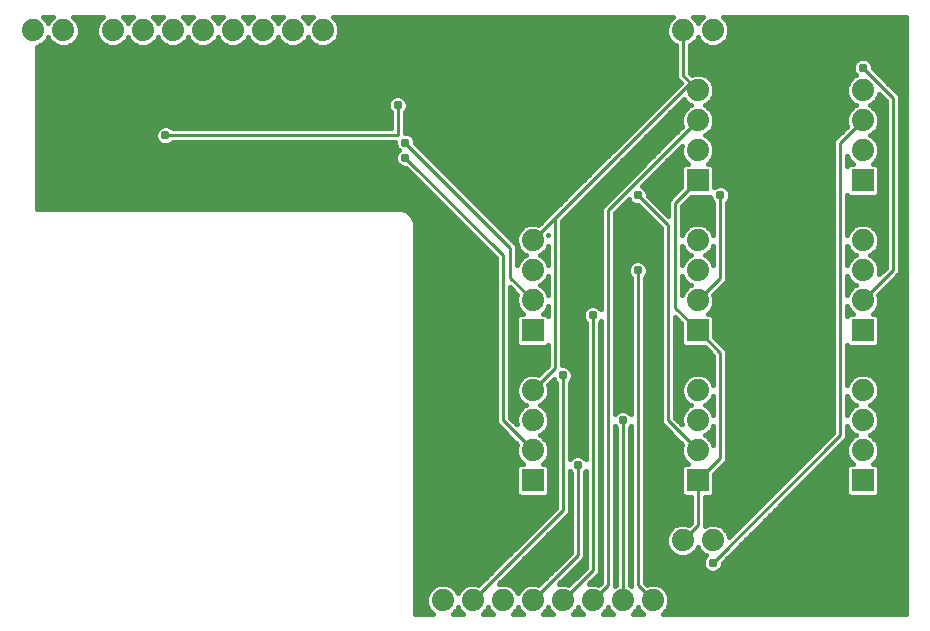
<source format=gbl>
G75*
%MOIN*%
%OFA0B0*%
%FSLAX25Y25*%
%IPPOS*%
%LPD*%
%AMOC8*
5,1,8,0,0,1.08239X$1,22.5*
%
%ADD10R,0.07400X0.07400*%
%ADD11C,0.07400*%
%ADD12C,0.01000*%
%ADD13C,0.03100*%
%ADD14C,0.01600*%
D10*
X0172900Y0051800D03*
X0227900Y0051800D03*
X0282900Y0051800D03*
X0282900Y0101800D03*
X0227900Y0101800D03*
X0172900Y0101800D03*
X0227900Y0151800D03*
X0282900Y0151800D03*
D11*
X0282900Y0161800D03*
X0282900Y0171800D03*
X0282900Y0181800D03*
X0232900Y0201800D03*
X0222900Y0201800D03*
X0227900Y0181800D03*
X0227900Y0171800D03*
X0227900Y0161800D03*
X0227900Y0131800D03*
X0227900Y0121800D03*
X0227900Y0111800D03*
X0227900Y0081800D03*
X0227900Y0071800D03*
X0227900Y0061800D03*
X0222900Y0031800D03*
X0232900Y0031800D03*
X0212900Y0011800D03*
X0202900Y0011800D03*
X0192900Y0011800D03*
X0182900Y0011800D03*
X0172900Y0011800D03*
X0162900Y0011800D03*
X0152900Y0011800D03*
X0142900Y0011800D03*
X0172900Y0061800D03*
X0172900Y0071800D03*
X0172900Y0081800D03*
X0172900Y0111800D03*
X0172900Y0121800D03*
X0172900Y0131800D03*
X0102900Y0201800D03*
X0092900Y0201800D03*
X0082900Y0201800D03*
X0072900Y0201800D03*
X0062900Y0201800D03*
X0052900Y0201800D03*
X0042900Y0201800D03*
X0032900Y0201800D03*
X0016400Y0201800D03*
X0006400Y0201800D03*
X0282900Y0131800D03*
X0282900Y0121800D03*
X0282900Y0111800D03*
X0282900Y0081800D03*
X0282900Y0071800D03*
X0282900Y0061800D03*
D12*
X0275400Y0066800D02*
X0275400Y0164300D01*
X0282900Y0171800D01*
X0292900Y0179300D02*
X0292900Y0121800D01*
X0282900Y0111800D01*
X0235400Y0119300D02*
X0227900Y0111800D01*
X0220400Y0109300D02*
X0227900Y0101800D01*
X0235400Y0094300D01*
X0235400Y0059300D01*
X0227900Y0051800D01*
X0227900Y0036800D01*
X0222900Y0031800D01*
X0232900Y0024300D02*
X0275400Y0066800D01*
X0227900Y0061800D02*
X0217900Y0071800D01*
X0217900Y0136800D01*
X0207900Y0146800D01*
X0197900Y0141800D02*
X0227900Y0171800D01*
X0227900Y0181800D02*
X0225400Y0184300D01*
X0180400Y0139300D01*
X0180400Y0089300D01*
X0172900Y0081800D01*
X0182900Y0086800D02*
X0182900Y0041800D01*
X0152900Y0011800D01*
X0172900Y0011800D02*
X0187900Y0026800D01*
X0187900Y0056800D01*
X0172900Y0061800D02*
X0162900Y0071800D01*
X0162900Y0126800D01*
X0130400Y0159300D01*
X0130400Y0164300D02*
X0165400Y0129300D01*
X0165400Y0119300D01*
X0172900Y0111800D01*
X0192900Y0106800D02*
X0192900Y0021800D01*
X0182900Y0011800D01*
X0192900Y0011800D02*
X0197900Y0016800D01*
X0197900Y0141800D01*
X0180400Y0139300D02*
X0172900Y0131800D01*
X0207900Y0121800D02*
X0207900Y0016800D01*
X0212900Y0011800D01*
X0202900Y0011800D02*
X0202900Y0071800D01*
X0220400Y0109300D02*
X0220400Y0144300D01*
X0227900Y0151800D01*
X0235400Y0146800D02*
X0235400Y0119300D01*
X0292900Y0179300D02*
X0282900Y0189300D01*
X0225400Y0184300D02*
X0222900Y0186800D01*
X0222900Y0201800D01*
X0127900Y0176800D02*
X0127900Y0166800D01*
X0050400Y0166800D01*
D13*
X0050400Y0166800D03*
X0127900Y0176800D03*
X0130400Y0164300D03*
X0130400Y0159300D03*
X0192900Y0106800D03*
X0207900Y0121800D03*
X0207900Y0146800D03*
X0235400Y0146800D03*
X0282900Y0189300D03*
X0182900Y0086800D03*
X0202900Y0071800D03*
X0187900Y0056800D03*
X0232900Y0024300D03*
D14*
X0133500Y0007400D02*
X0133500Y0137914D01*
X0132647Y0139972D01*
X0131072Y0141547D01*
X0129014Y0142400D01*
X0007500Y0142400D01*
X0007500Y0196302D01*
X0009515Y0197137D01*
X0011063Y0198684D01*
X0011400Y0199499D01*
X0011737Y0198684D01*
X0013284Y0197137D01*
X0015306Y0196300D01*
X0017494Y0196300D01*
X0019515Y0197137D01*
X0021063Y0198684D01*
X0021900Y0200706D01*
X0021900Y0202894D01*
X0021063Y0204915D01*
X0019778Y0206200D01*
X0029522Y0206200D01*
X0028237Y0204915D01*
X0027400Y0202894D01*
X0027400Y0200706D01*
X0028237Y0198684D01*
X0029784Y0197137D01*
X0031806Y0196300D01*
X0033994Y0196300D01*
X0036015Y0197137D01*
X0037563Y0198684D01*
X0037900Y0199499D01*
X0038237Y0198684D01*
X0039784Y0197137D01*
X0041806Y0196300D01*
X0043994Y0196300D01*
X0046015Y0197137D01*
X0047563Y0198684D01*
X0047900Y0199499D01*
X0048237Y0198684D01*
X0049784Y0197137D01*
X0051806Y0196300D01*
X0053994Y0196300D01*
X0056015Y0197137D01*
X0057563Y0198684D01*
X0057900Y0199499D01*
X0058237Y0198684D01*
X0059784Y0197137D01*
X0061806Y0196300D01*
X0063994Y0196300D01*
X0066015Y0197137D01*
X0067563Y0198684D01*
X0067900Y0199499D01*
X0068237Y0198684D01*
X0069784Y0197137D01*
X0071806Y0196300D01*
X0073994Y0196300D01*
X0076015Y0197137D01*
X0077563Y0198684D01*
X0077900Y0199499D01*
X0078237Y0198684D01*
X0079784Y0197137D01*
X0081806Y0196300D01*
X0083994Y0196300D01*
X0086015Y0197137D01*
X0087563Y0198684D01*
X0087900Y0199499D01*
X0088237Y0198684D01*
X0089784Y0197137D01*
X0091806Y0196300D01*
X0093994Y0196300D01*
X0096015Y0197137D01*
X0097563Y0198684D01*
X0097900Y0199499D01*
X0098237Y0198684D01*
X0099784Y0197137D01*
X0101806Y0196300D01*
X0103994Y0196300D01*
X0106015Y0197137D01*
X0107563Y0198684D01*
X0108400Y0200706D01*
X0108400Y0202894D01*
X0107563Y0204915D01*
X0106278Y0206200D01*
X0219522Y0206200D01*
X0218237Y0204915D01*
X0217400Y0202894D01*
X0217400Y0200706D01*
X0218237Y0198684D01*
X0219784Y0197137D01*
X0220600Y0196800D01*
X0220600Y0185847D01*
X0221947Y0184500D01*
X0222147Y0184300D01*
X0179447Y0141600D01*
X0178100Y0140253D01*
X0174810Y0136962D01*
X0173994Y0137300D01*
X0171806Y0137300D01*
X0169784Y0136463D01*
X0168237Y0134915D01*
X0167400Y0132894D01*
X0167400Y0130706D01*
X0167508Y0130444D01*
X0166353Y0131600D01*
X0133750Y0164203D01*
X0133750Y0164966D01*
X0133240Y0166198D01*
X0132298Y0167140D01*
X0131066Y0167650D01*
X0130200Y0167650D01*
X0130200Y0174362D01*
X0130740Y0174902D01*
X0131250Y0176134D01*
X0131250Y0177466D01*
X0130740Y0178698D01*
X0129798Y0179640D01*
X0128566Y0180150D01*
X0127234Y0180150D01*
X0126002Y0179640D01*
X0125060Y0178698D01*
X0124550Y0177466D01*
X0124550Y0176134D01*
X0125060Y0174902D01*
X0125600Y0174362D01*
X0125600Y0169100D01*
X0052838Y0169100D01*
X0052298Y0169640D01*
X0051066Y0170150D01*
X0049734Y0170150D01*
X0048502Y0169640D01*
X0047560Y0168698D01*
X0047050Y0167466D01*
X0047050Y0166134D01*
X0047560Y0164902D01*
X0048502Y0163960D01*
X0049734Y0163450D01*
X0051066Y0163450D01*
X0052298Y0163960D01*
X0052838Y0164500D01*
X0126947Y0164500D01*
X0127050Y0164500D01*
X0127050Y0163634D01*
X0127560Y0162402D01*
X0128162Y0161800D01*
X0127560Y0161198D01*
X0127050Y0159966D01*
X0127050Y0158634D01*
X0127560Y0157402D01*
X0128502Y0156460D01*
X0129734Y0155950D01*
X0130497Y0155950D01*
X0160600Y0125847D01*
X0160600Y0070847D01*
X0167738Y0063710D01*
X0167400Y0062894D01*
X0167400Y0060706D01*
X0168237Y0058684D01*
X0169622Y0057300D01*
X0168454Y0057300D01*
X0167400Y0056246D01*
X0167400Y0047354D01*
X0168454Y0046300D01*
X0177346Y0046300D01*
X0178400Y0047354D01*
X0178400Y0056246D01*
X0177346Y0057300D01*
X0176178Y0057300D01*
X0177563Y0058684D01*
X0178400Y0060706D01*
X0178400Y0062894D01*
X0177563Y0064915D01*
X0176015Y0066463D01*
X0175201Y0066800D01*
X0176015Y0067137D01*
X0177563Y0068684D01*
X0178400Y0070706D01*
X0178400Y0072894D01*
X0177563Y0074915D01*
X0176015Y0076463D01*
X0175201Y0076800D01*
X0176015Y0077137D01*
X0177563Y0078684D01*
X0178400Y0080706D01*
X0178400Y0082894D01*
X0178062Y0083710D01*
X0179824Y0085472D01*
X0180060Y0084902D01*
X0180600Y0084362D01*
X0180600Y0042753D01*
X0154810Y0016962D01*
X0153994Y0017300D01*
X0151806Y0017300D01*
X0149784Y0016463D01*
X0148237Y0014915D01*
X0147900Y0014101D01*
X0147563Y0014915D01*
X0146015Y0016463D01*
X0143994Y0017300D01*
X0141806Y0017300D01*
X0139784Y0016463D01*
X0138237Y0014915D01*
X0137400Y0012894D01*
X0137400Y0010706D01*
X0138237Y0008684D01*
X0139522Y0007400D01*
X0133500Y0007400D01*
X0133500Y0008194D02*
X0138728Y0008194D01*
X0137778Y0009793D02*
X0133500Y0009793D01*
X0133500Y0011391D02*
X0137400Y0011391D01*
X0137440Y0012990D02*
X0133500Y0012990D01*
X0133500Y0014588D02*
X0138102Y0014588D01*
X0139508Y0016187D02*
X0133500Y0016187D01*
X0133500Y0017785D02*
X0155632Y0017785D01*
X0157231Y0019384D02*
X0133500Y0019384D01*
X0133500Y0020982D02*
X0158829Y0020982D01*
X0160428Y0022581D02*
X0133500Y0022581D01*
X0133500Y0024179D02*
X0162026Y0024179D01*
X0163625Y0025778D02*
X0133500Y0025778D01*
X0133500Y0027376D02*
X0165223Y0027376D01*
X0166822Y0028975D02*
X0133500Y0028975D01*
X0133500Y0030573D02*
X0168421Y0030573D01*
X0170019Y0032172D02*
X0133500Y0032172D01*
X0133500Y0033770D02*
X0171618Y0033770D01*
X0173216Y0035369D02*
X0133500Y0035369D01*
X0133500Y0036967D02*
X0174815Y0036967D01*
X0176413Y0038566D02*
X0133500Y0038566D01*
X0133500Y0040164D02*
X0178012Y0040164D01*
X0179610Y0041763D02*
X0133500Y0041763D01*
X0133500Y0043361D02*
X0180600Y0043361D01*
X0180600Y0044960D02*
X0133500Y0044960D01*
X0133500Y0046558D02*
X0168196Y0046558D01*
X0167400Y0048157D02*
X0133500Y0048157D01*
X0133500Y0049755D02*
X0167400Y0049755D01*
X0167400Y0051354D02*
X0133500Y0051354D01*
X0133500Y0052952D02*
X0167400Y0052952D01*
X0167400Y0054551D02*
X0133500Y0054551D01*
X0133500Y0056149D02*
X0167400Y0056149D01*
X0169174Y0057748D02*
X0133500Y0057748D01*
X0133500Y0059346D02*
X0167963Y0059346D01*
X0167400Y0060945D02*
X0133500Y0060945D01*
X0133500Y0062543D02*
X0167400Y0062543D01*
X0167305Y0064142D02*
X0133500Y0064142D01*
X0133500Y0065740D02*
X0165707Y0065740D01*
X0164108Y0067339D02*
X0133500Y0067339D01*
X0133500Y0068937D02*
X0162510Y0068937D01*
X0160911Y0070536D02*
X0133500Y0070536D01*
X0133500Y0072134D02*
X0160600Y0072134D01*
X0160600Y0073733D02*
X0133500Y0073733D01*
X0133500Y0075332D02*
X0160600Y0075332D01*
X0160600Y0076930D02*
X0133500Y0076930D01*
X0133500Y0078529D02*
X0160600Y0078529D01*
X0160600Y0080127D02*
X0133500Y0080127D01*
X0133500Y0081726D02*
X0160600Y0081726D01*
X0160600Y0083324D02*
X0133500Y0083324D01*
X0133500Y0084923D02*
X0160600Y0084923D01*
X0160600Y0086521D02*
X0133500Y0086521D01*
X0133500Y0088120D02*
X0160600Y0088120D01*
X0160600Y0089718D02*
X0133500Y0089718D01*
X0133500Y0091317D02*
X0160600Y0091317D01*
X0160600Y0092915D02*
X0133500Y0092915D01*
X0133500Y0094514D02*
X0160600Y0094514D01*
X0160600Y0096112D02*
X0133500Y0096112D01*
X0133500Y0097711D02*
X0160600Y0097711D01*
X0160600Y0099309D02*
X0133500Y0099309D01*
X0133500Y0100908D02*
X0160600Y0100908D01*
X0160600Y0102506D02*
X0133500Y0102506D01*
X0133500Y0104105D02*
X0160600Y0104105D01*
X0160600Y0105703D02*
X0133500Y0105703D01*
X0133500Y0107302D02*
X0160600Y0107302D01*
X0160600Y0108900D02*
X0133500Y0108900D01*
X0133500Y0110499D02*
X0160600Y0110499D01*
X0160600Y0112097D02*
X0133500Y0112097D01*
X0133500Y0113696D02*
X0160600Y0113696D01*
X0160600Y0115294D02*
X0133500Y0115294D01*
X0133500Y0116893D02*
X0160600Y0116893D01*
X0160600Y0118491D02*
X0133500Y0118491D01*
X0133500Y0120090D02*
X0160600Y0120090D01*
X0160600Y0121688D02*
X0133500Y0121688D01*
X0133500Y0123287D02*
X0160600Y0123287D01*
X0160600Y0124885D02*
X0133500Y0124885D01*
X0133500Y0126484D02*
X0159963Y0126484D01*
X0158365Y0128082D02*
X0133500Y0128082D01*
X0133500Y0129681D02*
X0156766Y0129681D01*
X0155168Y0131279D02*
X0133500Y0131279D01*
X0133500Y0132878D02*
X0153569Y0132878D01*
X0151971Y0134476D02*
X0133500Y0134476D01*
X0133500Y0136075D02*
X0150372Y0136075D01*
X0148774Y0137673D02*
X0133500Y0137673D01*
X0132937Y0139272D02*
X0147175Y0139272D01*
X0145577Y0140870D02*
X0131749Y0140870D01*
X0139183Y0147265D02*
X0007500Y0147265D01*
X0007500Y0148863D02*
X0137584Y0148863D01*
X0135986Y0150462D02*
X0007500Y0150462D01*
X0007500Y0152060D02*
X0134387Y0152060D01*
X0132789Y0153659D02*
X0007500Y0153659D01*
X0007500Y0155257D02*
X0131190Y0155257D01*
X0128107Y0156856D02*
X0007500Y0156856D01*
X0007500Y0158454D02*
X0127124Y0158454D01*
X0127086Y0160053D02*
X0007500Y0160053D01*
X0007500Y0161651D02*
X0128014Y0161651D01*
X0127209Y0163250D02*
X0007500Y0163250D01*
X0007500Y0164848D02*
X0047614Y0164848D01*
X0047050Y0166447D02*
X0007500Y0166447D01*
X0007500Y0168045D02*
X0047290Y0168045D01*
X0048511Y0169644D02*
X0007500Y0169644D01*
X0007500Y0171242D02*
X0125600Y0171242D01*
X0125600Y0169644D02*
X0052289Y0169644D01*
X0050554Y0196818D02*
X0045245Y0196818D01*
X0047295Y0198417D02*
X0048505Y0198417D01*
X0040554Y0196818D02*
X0035245Y0196818D01*
X0037295Y0198417D02*
X0038505Y0198417D01*
X0030554Y0196818D02*
X0018745Y0196818D01*
X0020795Y0198417D02*
X0028505Y0198417D01*
X0027686Y0200015D02*
X0021614Y0200015D01*
X0021900Y0201614D02*
X0027400Y0201614D01*
X0027532Y0203212D02*
X0021768Y0203212D01*
X0021106Y0204811D02*
X0028194Y0204811D01*
X0036278Y0206200D02*
X0039522Y0206200D01*
X0038237Y0204915D01*
X0037900Y0204101D01*
X0037563Y0204915D01*
X0036278Y0206200D01*
X0037606Y0204811D02*
X0038194Y0204811D01*
X0046278Y0206200D02*
X0047563Y0204915D01*
X0047900Y0204101D01*
X0048237Y0204915D01*
X0049522Y0206200D01*
X0046278Y0206200D01*
X0047606Y0204811D02*
X0048194Y0204811D01*
X0056278Y0206200D02*
X0057563Y0204915D01*
X0057900Y0204101D01*
X0058237Y0204915D01*
X0059522Y0206200D01*
X0056278Y0206200D01*
X0057606Y0204811D02*
X0058194Y0204811D01*
X0066278Y0206200D02*
X0069522Y0206200D01*
X0068237Y0204915D01*
X0067900Y0204101D01*
X0067563Y0204915D01*
X0066278Y0206200D01*
X0067606Y0204811D02*
X0068194Y0204811D01*
X0068505Y0198417D02*
X0067295Y0198417D01*
X0065245Y0196818D02*
X0070554Y0196818D01*
X0075245Y0196818D02*
X0080554Y0196818D01*
X0078505Y0198417D02*
X0077295Y0198417D01*
X0085245Y0196818D02*
X0090554Y0196818D01*
X0088505Y0198417D02*
X0087295Y0198417D01*
X0087900Y0204101D02*
X0087563Y0204915D01*
X0086278Y0206200D01*
X0089522Y0206200D01*
X0088237Y0204915D01*
X0087900Y0204101D01*
X0087606Y0204811D02*
X0088194Y0204811D01*
X0079522Y0206200D02*
X0076278Y0206200D01*
X0077563Y0204915D01*
X0077900Y0204101D01*
X0078237Y0204915D01*
X0079522Y0206200D01*
X0078194Y0204811D02*
X0077606Y0204811D01*
X0096278Y0206200D02*
X0099522Y0206200D01*
X0098237Y0204915D01*
X0097900Y0204101D01*
X0097563Y0204915D01*
X0096278Y0206200D01*
X0097606Y0204811D02*
X0098194Y0204811D01*
X0098505Y0198417D02*
X0097295Y0198417D01*
X0095245Y0196818D02*
X0100554Y0196818D01*
X0105245Y0196818D02*
X0220554Y0196818D01*
X0220600Y0195220D02*
X0007500Y0195220D01*
X0007500Y0193621D02*
X0220600Y0193621D01*
X0220600Y0192023D02*
X0007500Y0192023D01*
X0007500Y0190424D02*
X0220600Y0190424D01*
X0220600Y0188826D02*
X0007500Y0188826D01*
X0007500Y0187227D02*
X0220600Y0187227D01*
X0220819Y0185629D02*
X0007500Y0185629D01*
X0007500Y0184030D02*
X0221878Y0184030D01*
X0220279Y0182432D02*
X0007500Y0182432D01*
X0007500Y0180833D02*
X0218681Y0180833D01*
X0217082Y0179235D02*
X0130203Y0179235D01*
X0131180Y0177636D02*
X0215484Y0177636D01*
X0213885Y0176038D02*
X0131210Y0176038D01*
X0130277Y0174439D02*
X0212287Y0174439D01*
X0210688Y0172841D02*
X0130200Y0172841D01*
X0130200Y0171242D02*
X0209090Y0171242D01*
X0207491Y0169644D02*
X0130200Y0169644D01*
X0130200Y0168045D02*
X0205892Y0168045D01*
X0204294Y0166447D02*
X0132991Y0166447D01*
X0133750Y0164848D02*
X0202695Y0164848D01*
X0201097Y0163250D02*
X0134703Y0163250D01*
X0136302Y0161651D02*
X0199498Y0161651D01*
X0197900Y0160053D02*
X0137900Y0160053D01*
X0139499Y0158454D02*
X0196301Y0158454D01*
X0194703Y0156856D02*
X0141097Y0156856D01*
X0142696Y0155257D02*
X0193104Y0155257D01*
X0191506Y0153659D02*
X0144294Y0153659D01*
X0145893Y0152060D02*
X0189907Y0152060D01*
X0188309Y0150462D02*
X0147491Y0150462D01*
X0149090Y0148863D02*
X0186710Y0148863D01*
X0185112Y0147265D02*
X0150688Y0147265D01*
X0152287Y0145666D02*
X0183513Y0145666D01*
X0181915Y0144068D02*
X0153885Y0144068D01*
X0155484Y0142469D02*
X0180316Y0142469D01*
X0178718Y0140870D02*
X0157082Y0140870D01*
X0158681Y0139272D02*
X0177119Y0139272D01*
X0175521Y0137673D02*
X0160279Y0137673D01*
X0161878Y0136075D02*
X0169397Y0136075D01*
X0168055Y0134476D02*
X0163476Y0134476D01*
X0165075Y0132878D02*
X0167400Y0132878D01*
X0167400Y0131279D02*
X0166673Y0131279D01*
X0167700Y0129982D02*
X0168237Y0128684D01*
X0169784Y0127137D01*
X0170599Y0126800D01*
X0169784Y0126463D01*
X0168237Y0124915D01*
X0167700Y0123618D01*
X0167700Y0129982D01*
X0167700Y0129681D02*
X0167825Y0129681D01*
X0167700Y0128082D02*
X0168839Y0128082D01*
X0169836Y0126484D02*
X0167700Y0126484D01*
X0167700Y0124885D02*
X0168225Y0124885D01*
X0175201Y0126800D02*
X0176015Y0127137D01*
X0177563Y0128684D01*
X0178100Y0129982D01*
X0178100Y0123618D01*
X0177563Y0124915D01*
X0176015Y0126463D01*
X0175201Y0126800D01*
X0175964Y0126484D02*
X0178100Y0126484D01*
X0178100Y0128082D02*
X0176961Y0128082D01*
X0177975Y0129681D02*
X0178100Y0129681D01*
X0182700Y0129681D02*
X0195600Y0129681D01*
X0195600Y0131279D02*
X0182700Y0131279D01*
X0182700Y0132878D02*
X0195600Y0132878D01*
X0195600Y0134476D02*
X0182700Y0134476D01*
X0182700Y0136075D02*
X0195600Y0136075D01*
X0195600Y0137673D02*
X0182700Y0137673D01*
X0182700Y0138347D02*
X0182700Y0090150D01*
X0183566Y0090150D01*
X0184798Y0089640D01*
X0185740Y0088698D01*
X0186250Y0087466D01*
X0186250Y0086134D01*
X0185740Y0084902D01*
X0185200Y0084362D01*
X0185200Y0058838D01*
X0186002Y0059640D01*
X0187234Y0060150D01*
X0188566Y0060150D01*
X0189798Y0059640D01*
X0190600Y0058838D01*
X0190600Y0104362D01*
X0190060Y0104902D01*
X0189550Y0106134D01*
X0189550Y0107466D01*
X0190060Y0108698D01*
X0191002Y0109640D01*
X0192234Y0110150D01*
X0193566Y0110150D01*
X0194798Y0109640D01*
X0195600Y0108838D01*
X0195600Y0142753D01*
X0222738Y0169890D01*
X0222400Y0170706D01*
X0222400Y0172894D01*
X0223237Y0174915D01*
X0224784Y0176463D01*
X0225599Y0176800D01*
X0224784Y0177137D01*
X0223237Y0178684D01*
X0223179Y0178826D01*
X0182700Y0138347D01*
X0183625Y0139272D02*
X0195600Y0139272D01*
X0195600Y0140870D02*
X0185223Y0140870D01*
X0186822Y0142469D02*
X0195600Y0142469D01*
X0196915Y0144068D02*
X0188420Y0144068D01*
X0190019Y0145666D02*
X0198513Y0145666D01*
X0200112Y0147265D02*
X0191617Y0147265D01*
X0193216Y0148863D02*
X0201710Y0148863D01*
X0203309Y0150462D02*
X0194814Y0150462D01*
X0196413Y0152060D02*
X0204907Y0152060D01*
X0206506Y0153659D02*
X0198011Y0153659D01*
X0199610Y0155257D02*
X0208104Y0155257D01*
X0209703Y0156856D02*
X0201208Y0156856D01*
X0202807Y0158454D02*
X0211301Y0158454D01*
X0212900Y0160053D02*
X0204405Y0160053D01*
X0206004Y0161651D02*
X0214498Y0161651D01*
X0216097Y0163250D02*
X0207602Y0163250D01*
X0209201Y0164848D02*
X0217695Y0164848D01*
X0219294Y0166447D02*
X0210799Y0166447D01*
X0212398Y0168045D02*
X0220893Y0168045D01*
X0222491Y0169644D02*
X0213996Y0169644D01*
X0215595Y0171242D02*
X0222400Y0171242D01*
X0222400Y0172841D02*
X0217193Y0172841D01*
X0218792Y0174439D02*
X0223040Y0174439D01*
X0224360Y0176038D02*
X0220390Y0176038D01*
X0221989Y0177636D02*
X0224286Y0177636D01*
X0230201Y0176800D02*
X0231015Y0177137D01*
X0232563Y0178684D01*
X0233400Y0180706D01*
X0233400Y0182894D01*
X0232563Y0184915D01*
X0231015Y0186463D01*
X0228994Y0187300D01*
X0226806Y0187300D01*
X0225990Y0186962D01*
X0225200Y0187753D01*
X0225200Y0196800D01*
X0226015Y0197137D01*
X0227563Y0198684D01*
X0227900Y0199499D01*
X0228237Y0198684D01*
X0229784Y0197137D01*
X0231806Y0196300D01*
X0233994Y0196300D01*
X0236015Y0197137D01*
X0237563Y0198684D01*
X0238400Y0200706D01*
X0238400Y0202894D01*
X0237563Y0204915D01*
X0236278Y0206200D01*
X0297300Y0206200D01*
X0297300Y0007400D01*
X0216278Y0007400D01*
X0217563Y0008684D01*
X0218400Y0010706D01*
X0218400Y0012894D01*
X0217563Y0014915D01*
X0216015Y0016463D01*
X0213994Y0017300D01*
X0211806Y0017300D01*
X0210990Y0016962D01*
X0210200Y0017753D01*
X0210200Y0119362D01*
X0210740Y0119902D01*
X0211250Y0121134D01*
X0211250Y0122466D01*
X0210740Y0123698D01*
X0209798Y0124640D01*
X0208566Y0125150D01*
X0207234Y0125150D01*
X0206002Y0124640D01*
X0205060Y0123698D01*
X0204550Y0122466D01*
X0204550Y0121134D01*
X0205060Y0119902D01*
X0205600Y0119362D01*
X0205600Y0073838D01*
X0204798Y0074640D01*
X0203566Y0075150D01*
X0202234Y0075150D01*
X0201002Y0074640D01*
X0200200Y0073838D01*
X0200200Y0140847D01*
X0204824Y0145472D01*
X0205060Y0144902D01*
X0206002Y0143960D01*
X0207234Y0143450D01*
X0207997Y0143450D01*
X0215600Y0135847D01*
X0215600Y0070847D01*
X0222738Y0063710D01*
X0222400Y0062894D01*
X0222400Y0060706D01*
X0223237Y0058684D01*
X0224622Y0057300D01*
X0223454Y0057300D01*
X0222400Y0056246D01*
X0222400Y0047354D01*
X0223454Y0046300D01*
X0225600Y0046300D01*
X0225600Y0037753D01*
X0224810Y0036962D01*
X0223994Y0037300D01*
X0221806Y0037300D01*
X0219784Y0036463D01*
X0218237Y0034915D01*
X0217400Y0032894D01*
X0217400Y0030706D01*
X0218237Y0028684D01*
X0219784Y0027137D01*
X0221806Y0026300D01*
X0223994Y0026300D01*
X0226015Y0027137D01*
X0227563Y0028684D01*
X0227900Y0029499D01*
X0228237Y0028684D01*
X0229784Y0027137D01*
X0230644Y0026781D01*
X0230060Y0026198D01*
X0229550Y0024966D01*
X0229550Y0023634D01*
X0230060Y0022402D01*
X0231002Y0021460D01*
X0232234Y0020950D01*
X0233566Y0020950D01*
X0234798Y0021460D01*
X0235740Y0022402D01*
X0236250Y0023634D01*
X0236250Y0024397D01*
X0276353Y0064500D01*
X0277700Y0065847D01*
X0277700Y0069982D01*
X0278237Y0068684D01*
X0279784Y0067137D01*
X0280599Y0066800D01*
X0279784Y0066463D01*
X0278237Y0064915D01*
X0277400Y0062894D01*
X0277400Y0060706D01*
X0278237Y0058684D01*
X0279622Y0057300D01*
X0278454Y0057300D01*
X0277400Y0056246D01*
X0277400Y0047354D01*
X0278454Y0046300D01*
X0287346Y0046300D01*
X0288400Y0047354D01*
X0288400Y0056246D01*
X0287346Y0057300D01*
X0286178Y0057300D01*
X0287563Y0058684D01*
X0288400Y0060706D01*
X0288400Y0062894D01*
X0287563Y0064915D01*
X0286015Y0066463D01*
X0285201Y0066800D01*
X0286015Y0067137D01*
X0287563Y0068684D01*
X0288400Y0070706D01*
X0288400Y0072894D01*
X0287563Y0074915D01*
X0286015Y0076463D01*
X0285201Y0076800D01*
X0286015Y0077137D01*
X0287563Y0078684D01*
X0288400Y0080706D01*
X0288400Y0082894D01*
X0287563Y0084915D01*
X0286015Y0086463D01*
X0283994Y0087300D01*
X0281806Y0087300D01*
X0279784Y0086463D01*
X0278237Y0084915D01*
X0277700Y0083618D01*
X0277700Y0097054D01*
X0278454Y0096300D01*
X0287346Y0096300D01*
X0288400Y0097354D01*
X0288400Y0106246D01*
X0287346Y0107300D01*
X0286178Y0107300D01*
X0287563Y0108684D01*
X0288400Y0110706D01*
X0288400Y0112894D01*
X0288062Y0113710D01*
X0295200Y0120847D01*
X0295200Y0180253D01*
X0293853Y0181600D01*
X0286250Y0189203D01*
X0286250Y0189966D01*
X0285740Y0191198D01*
X0284798Y0192140D01*
X0283566Y0192650D01*
X0282234Y0192650D01*
X0281002Y0192140D01*
X0280060Y0191198D01*
X0279550Y0189966D01*
X0279550Y0188634D01*
X0280060Y0187402D01*
X0280644Y0186819D01*
X0279784Y0186463D01*
X0278237Y0184915D01*
X0277400Y0182894D01*
X0277400Y0180706D01*
X0278237Y0178684D01*
X0279784Y0177137D01*
X0280599Y0176800D01*
X0279784Y0176463D01*
X0278237Y0174915D01*
X0277400Y0172894D01*
X0277400Y0170706D01*
X0277738Y0169890D01*
X0273100Y0165253D01*
X0273100Y0067753D01*
X0238354Y0033006D01*
X0237563Y0034915D01*
X0236015Y0036463D01*
X0233994Y0037300D01*
X0231806Y0037300D01*
X0230200Y0036635D01*
X0230200Y0046300D01*
X0232346Y0046300D01*
X0233400Y0047354D01*
X0233400Y0054047D01*
X0237700Y0058347D01*
X0237700Y0095253D01*
X0233400Y0099553D01*
X0233400Y0106246D01*
X0232346Y0107300D01*
X0231178Y0107300D01*
X0232563Y0108684D01*
X0233400Y0110706D01*
X0233400Y0112894D01*
X0233062Y0113710D01*
X0237700Y0118347D01*
X0237700Y0144362D01*
X0238240Y0144902D01*
X0238750Y0146134D01*
X0238750Y0147466D01*
X0238240Y0148698D01*
X0237298Y0149640D01*
X0236066Y0150150D01*
X0234734Y0150150D01*
X0233502Y0149640D01*
X0233400Y0149538D01*
X0233400Y0156246D01*
X0232346Y0157300D01*
X0231178Y0157300D01*
X0232563Y0158684D01*
X0233400Y0160706D01*
X0233400Y0162894D01*
X0232563Y0164915D01*
X0231015Y0166463D01*
X0230201Y0166800D01*
X0231015Y0167137D01*
X0232563Y0168684D01*
X0233400Y0170706D01*
X0233400Y0172894D01*
X0232563Y0174915D01*
X0231015Y0176463D01*
X0230201Y0176800D01*
X0231440Y0176038D02*
X0279360Y0176038D01*
X0279286Y0177636D02*
X0231514Y0177636D01*
X0232791Y0179235D02*
X0278009Y0179235D01*
X0277400Y0180833D02*
X0233400Y0180833D01*
X0233400Y0182432D02*
X0277400Y0182432D01*
X0277871Y0184030D02*
X0232929Y0184030D01*
X0231849Y0185629D02*
X0278951Y0185629D01*
X0280235Y0187227D02*
X0229169Y0187227D01*
X0226631Y0187227D02*
X0225725Y0187227D01*
X0225200Y0188826D02*
X0279550Y0188826D01*
X0279740Y0190424D02*
X0225200Y0190424D01*
X0225200Y0192023D02*
X0280885Y0192023D01*
X0284915Y0192023D02*
X0297300Y0192023D01*
X0297300Y0193621D02*
X0225200Y0193621D01*
X0225200Y0195220D02*
X0297300Y0195220D01*
X0297300Y0196818D02*
X0235245Y0196818D01*
X0237295Y0198417D02*
X0297300Y0198417D01*
X0297300Y0200015D02*
X0238114Y0200015D01*
X0238400Y0201614D02*
X0297300Y0201614D01*
X0297300Y0203212D02*
X0238268Y0203212D01*
X0237606Y0204811D02*
X0297300Y0204811D01*
X0297300Y0190424D02*
X0286060Y0190424D01*
X0286627Y0188826D02*
X0297300Y0188826D01*
X0297300Y0187227D02*
X0288225Y0187227D01*
X0289824Y0185629D02*
X0297300Y0185629D01*
X0297300Y0184030D02*
X0291422Y0184030D01*
X0293021Y0182432D02*
X0297300Y0182432D01*
X0297300Y0180833D02*
X0294619Y0180833D01*
X0295200Y0179235D02*
X0297300Y0179235D01*
X0297300Y0177636D02*
X0295200Y0177636D01*
X0295200Y0176038D02*
X0297300Y0176038D01*
X0297300Y0174439D02*
X0295200Y0174439D01*
X0295200Y0172841D02*
X0297300Y0172841D01*
X0297300Y0171242D02*
X0295200Y0171242D01*
X0295200Y0169644D02*
X0297300Y0169644D01*
X0297300Y0168045D02*
X0295200Y0168045D01*
X0295200Y0166447D02*
X0297300Y0166447D01*
X0297300Y0164848D02*
X0295200Y0164848D01*
X0295200Y0163250D02*
X0297300Y0163250D01*
X0297300Y0161651D02*
X0295200Y0161651D01*
X0295200Y0160053D02*
X0297300Y0160053D01*
X0297300Y0158454D02*
X0295200Y0158454D01*
X0295200Y0156856D02*
X0297300Y0156856D01*
X0297300Y0155257D02*
X0295200Y0155257D01*
X0295200Y0153659D02*
X0297300Y0153659D01*
X0297300Y0152060D02*
X0295200Y0152060D01*
X0295200Y0150462D02*
X0297300Y0150462D01*
X0297300Y0148863D02*
X0295200Y0148863D01*
X0295200Y0147265D02*
X0297300Y0147265D01*
X0297300Y0145666D02*
X0295200Y0145666D01*
X0295200Y0144068D02*
X0297300Y0144068D01*
X0297300Y0142469D02*
X0295200Y0142469D01*
X0295200Y0140870D02*
X0297300Y0140870D01*
X0297300Y0139272D02*
X0295200Y0139272D01*
X0295200Y0137673D02*
X0297300Y0137673D01*
X0297300Y0136075D02*
X0295200Y0136075D01*
X0295200Y0134476D02*
X0297300Y0134476D01*
X0297300Y0132878D02*
X0295200Y0132878D01*
X0295200Y0131279D02*
X0297300Y0131279D01*
X0297300Y0129681D02*
X0295200Y0129681D01*
X0295200Y0128082D02*
X0297300Y0128082D01*
X0297300Y0126484D02*
X0295200Y0126484D01*
X0295200Y0124885D02*
X0297300Y0124885D01*
X0297300Y0123287D02*
X0295200Y0123287D01*
X0295200Y0121688D02*
X0297300Y0121688D01*
X0297300Y0120090D02*
X0294443Y0120090D01*
X0292844Y0118491D02*
X0297300Y0118491D01*
X0297300Y0116893D02*
X0291245Y0116893D01*
X0289647Y0115294D02*
X0297300Y0115294D01*
X0297300Y0113696D02*
X0288068Y0113696D01*
X0288400Y0112097D02*
X0297300Y0112097D01*
X0297300Y0110499D02*
X0288314Y0110499D01*
X0287652Y0108900D02*
X0297300Y0108900D01*
X0297300Y0107302D02*
X0286180Y0107302D01*
X0288400Y0105703D02*
X0297300Y0105703D01*
X0297300Y0104105D02*
X0288400Y0104105D01*
X0288400Y0102506D02*
X0297300Y0102506D01*
X0297300Y0100908D02*
X0288400Y0100908D01*
X0288400Y0099309D02*
X0297300Y0099309D01*
X0297300Y0097711D02*
X0288400Y0097711D01*
X0297300Y0096112D02*
X0277700Y0096112D01*
X0277700Y0094514D02*
X0297300Y0094514D01*
X0297300Y0092915D02*
X0277700Y0092915D01*
X0277700Y0091317D02*
X0297300Y0091317D01*
X0297300Y0089718D02*
X0277700Y0089718D01*
X0277700Y0088120D02*
X0297300Y0088120D01*
X0297300Y0086521D02*
X0285874Y0086521D01*
X0287556Y0084923D02*
X0297300Y0084923D01*
X0297300Y0083324D02*
X0288222Y0083324D01*
X0288400Y0081726D02*
X0297300Y0081726D01*
X0297300Y0080127D02*
X0288160Y0080127D01*
X0287407Y0078529D02*
X0297300Y0078529D01*
X0297300Y0076930D02*
X0285515Y0076930D01*
X0287147Y0075332D02*
X0297300Y0075332D01*
X0297300Y0073733D02*
X0288052Y0073733D01*
X0288400Y0072134D02*
X0297300Y0072134D01*
X0297300Y0070536D02*
X0288330Y0070536D01*
X0287667Y0068937D02*
X0297300Y0068937D01*
X0297300Y0067339D02*
X0286217Y0067339D01*
X0286738Y0065740D02*
X0297300Y0065740D01*
X0297300Y0064142D02*
X0287883Y0064142D01*
X0288400Y0062543D02*
X0297300Y0062543D01*
X0297300Y0060945D02*
X0288400Y0060945D01*
X0287837Y0059346D02*
X0297300Y0059346D01*
X0297300Y0057748D02*
X0286626Y0057748D01*
X0288400Y0056149D02*
X0297300Y0056149D01*
X0297300Y0054551D02*
X0288400Y0054551D01*
X0288400Y0052952D02*
X0297300Y0052952D01*
X0297300Y0051354D02*
X0288400Y0051354D01*
X0288400Y0049755D02*
X0297300Y0049755D01*
X0297300Y0048157D02*
X0288400Y0048157D01*
X0287604Y0046558D02*
X0297300Y0046558D01*
X0297300Y0044960D02*
X0256812Y0044960D01*
X0255214Y0043361D02*
X0297300Y0043361D01*
X0297300Y0041763D02*
X0253615Y0041763D01*
X0252017Y0040164D02*
X0297300Y0040164D01*
X0297300Y0038566D02*
X0250418Y0038566D01*
X0248820Y0036967D02*
X0297300Y0036967D01*
X0297300Y0035369D02*
X0247221Y0035369D01*
X0245623Y0033770D02*
X0297300Y0033770D01*
X0297300Y0032172D02*
X0244024Y0032172D01*
X0242426Y0030573D02*
X0297300Y0030573D01*
X0297300Y0028975D02*
X0240827Y0028975D01*
X0239229Y0027376D02*
X0297300Y0027376D01*
X0297300Y0025778D02*
X0237630Y0025778D01*
X0236250Y0024179D02*
X0297300Y0024179D01*
X0297300Y0022581D02*
X0235814Y0022581D01*
X0233644Y0020982D02*
X0297300Y0020982D01*
X0297300Y0019384D02*
X0210200Y0019384D01*
X0210200Y0020982D02*
X0232156Y0020982D01*
X0229986Y0022581D02*
X0210200Y0022581D01*
X0210200Y0024179D02*
X0229550Y0024179D01*
X0229886Y0025778D02*
X0210200Y0025778D01*
X0210200Y0027376D02*
X0219546Y0027376D01*
X0218117Y0028975D02*
X0210200Y0028975D01*
X0210200Y0030573D02*
X0217455Y0030573D01*
X0217400Y0032172D02*
X0210200Y0032172D01*
X0210200Y0033770D02*
X0217763Y0033770D01*
X0218691Y0035369D02*
X0210200Y0035369D01*
X0210200Y0036967D02*
X0221003Y0036967D01*
X0224797Y0036967D02*
X0224815Y0036967D01*
X0225600Y0038566D02*
X0210200Y0038566D01*
X0210200Y0040164D02*
X0225600Y0040164D01*
X0225600Y0041763D02*
X0210200Y0041763D01*
X0210200Y0043361D02*
X0225600Y0043361D01*
X0225600Y0044960D02*
X0210200Y0044960D01*
X0210200Y0046558D02*
X0223196Y0046558D01*
X0222400Y0048157D02*
X0210200Y0048157D01*
X0210200Y0049755D02*
X0222400Y0049755D01*
X0222400Y0051354D02*
X0210200Y0051354D01*
X0210200Y0052952D02*
X0222400Y0052952D01*
X0222400Y0054551D02*
X0210200Y0054551D01*
X0210200Y0056149D02*
X0222400Y0056149D01*
X0224174Y0057748D02*
X0210200Y0057748D01*
X0210200Y0059346D02*
X0222963Y0059346D01*
X0222400Y0060945D02*
X0210200Y0060945D01*
X0210200Y0062543D02*
X0222400Y0062543D01*
X0222305Y0064142D02*
X0210200Y0064142D01*
X0210200Y0065740D02*
X0220707Y0065740D01*
X0219108Y0067339D02*
X0210200Y0067339D01*
X0210200Y0068937D02*
X0217510Y0068937D01*
X0215911Y0070536D02*
X0210200Y0070536D01*
X0210200Y0072134D02*
X0215600Y0072134D01*
X0215600Y0073733D02*
X0210200Y0073733D01*
X0210200Y0075332D02*
X0215600Y0075332D01*
X0215600Y0076930D02*
X0210200Y0076930D01*
X0210200Y0078529D02*
X0215600Y0078529D01*
X0215600Y0080127D02*
X0210200Y0080127D01*
X0210200Y0081726D02*
X0215600Y0081726D01*
X0215600Y0083324D02*
X0210200Y0083324D01*
X0210200Y0084923D02*
X0215600Y0084923D01*
X0215600Y0086521D02*
X0210200Y0086521D01*
X0210200Y0088120D02*
X0215600Y0088120D01*
X0215600Y0089718D02*
X0210200Y0089718D01*
X0210200Y0091317D02*
X0215600Y0091317D01*
X0215600Y0092915D02*
X0210200Y0092915D01*
X0210200Y0094514D02*
X0215600Y0094514D01*
X0215600Y0096112D02*
X0210200Y0096112D01*
X0210200Y0097711D02*
X0215600Y0097711D01*
X0215600Y0099309D02*
X0210200Y0099309D01*
X0210200Y0100908D02*
X0215600Y0100908D01*
X0215600Y0102506D02*
X0210200Y0102506D01*
X0210200Y0104105D02*
X0215600Y0104105D01*
X0215600Y0105703D02*
X0210200Y0105703D01*
X0210200Y0107302D02*
X0215600Y0107302D01*
X0215600Y0108900D02*
X0210200Y0108900D01*
X0210200Y0110499D02*
X0215600Y0110499D01*
X0215600Y0112097D02*
X0210200Y0112097D01*
X0210200Y0113696D02*
X0215600Y0113696D01*
X0215600Y0115294D02*
X0210200Y0115294D01*
X0210200Y0116893D02*
X0215600Y0116893D01*
X0215600Y0118491D02*
X0210200Y0118491D01*
X0210818Y0120090D02*
X0215600Y0120090D01*
X0215600Y0121688D02*
X0211250Y0121688D01*
X0210910Y0123287D02*
X0215600Y0123287D01*
X0215600Y0124885D02*
X0209205Y0124885D01*
X0206595Y0124885D02*
X0200200Y0124885D01*
X0200200Y0123287D02*
X0204890Y0123287D01*
X0204550Y0121688D02*
X0200200Y0121688D01*
X0200200Y0120090D02*
X0204982Y0120090D01*
X0205600Y0118491D02*
X0200200Y0118491D01*
X0200200Y0116893D02*
X0205600Y0116893D01*
X0205600Y0115294D02*
X0200200Y0115294D01*
X0200200Y0113696D02*
X0205600Y0113696D01*
X0205600Y0112097D02*
X0200200Y0112097D01*
X0200200Y0110499D02*
X0205600Y0110499D01*
X0205600Y0108900D02*
X0200200Y0108900D01*
X0200200Y0107302D02*
X0205600Y0107302D01*
X0205600Y0105703D02*
X0200200Y0105703D01*
X0200200Y0104105D02*
X0205600Y0104105D01*
X0205600Y0102506D02*
X0200200Y0102506D01*
X0200200Y0100908D02*
X0205600Y0100908D01*
X0205600Y0099309D02*
X0200200Y0099309D01*
X0200200Y0097711D02*
X0205600Y0097711D01*
X0205600Y0096112D02*
X0200200Y0096112D01*
X0200200Y0094514D02*
X0205600Y0094514D01*
X0205600Y0092915D02*
X0200200Y0092915D01*
X0200200Y0091317D02*
X0205600Y0091317D01*
X0205600Y0089718D02*
X0200200Y0089718D01*
X0200200Y0088120D02*
X0205600Y0088120D01*
X0205600Y0086521D02*
X0200200Y0086521D01*
X0200200Y0084923D02*
X0205600Y0084923D01*
X0205600Y0083324D02*
X0200200Y0083324D01*
X0200200Y0081726D02*
X0205600Y0081726D01*
X0205600Y0080127D02*
X0200200Y0080127D01*
X0200200Y0078529D02*
X0205600Y0078529D01*
X0205600Y0076930D02*
X0200200Y0076930D01*
X0200200Y0075332D02*
X0205600Y0075332D01*
X0205600Y0069762D02*
X0205600Y0016635D01*
X0205200Y0016800D01*
X0205200Y0069362D01*
X0205600Y0069762D01*
X0205600Y0068937D02*
X0205200Y0068937D01*
X0205200Y0067339D02*
X0205600Y0067339D01*
X0205600Y0065740D02*
X0205200Y0065740D01*
X0205200Y0064142D02*
X0205600Y0064142D01*
X0205600Y0062543D02*
X0205200Y0062543D01*
X0205200Y0060945D02*
X0205600Y0060945D01*
X0205600Y0059346D02*
X0205200Y0059346D01*
X0205200Y0057748D02*
X0205600Y0057748D01*
X0205600Y0056149D02*
X0205200Y0056149D01*
X0205200Y0054551D02*
X0205600Y0054551D01*
X0205600Y0052952D02*
X0205200Y0052952D01*
X0205200Y0051354D02*
X0205600Y0051354D01*
X0205600Y0049755D02*
X0205200Y0049755D01*
X0205200Y0048157D02*
X0205600Y0048157D01*
X0205600Y0046558D02*
X0205200Y0046558D01*
X0205200Y0044960D02*
X0205600Y0044960D01*
X0205600Y0043361D02*
X0205200Y0043361D01*
X0205200Y0041763D02*
X0205600Y0041763D01*
X0205600Y0040164D02*
X0205200Y0040164D01*
X0205200Y0038566D02*
X0205600Y0038566D01*
X0205600Y0036967D02*
X0205200Y0036967D01*
X0205200Y0035369D02*
X0205600Y0035369D01*
X0205600Y0033770D02*
X0205200Y0033770D01*
X0205200Y0032172D02*
X0205600Y0032172D01*
X0205600Y0030573D02*
X0205200Y0030573D01*
X0205200Y0028975D02*
X0205600Y0028975D01*
X0205600Y0027376D02*
X0205200Y0027376D01*
X0205200Y0025778D02*
X0205600Y0025778D01*
X0205600Y0024179D02*
X0205200Y0024179D01*
X0205200Y0022581D02*
X0205600Y0022581D01*
X0205600Y0020982D02*
X0205200Y0020982D01*
X0205200Y0019384D02*
X0205600Y0019384D01*
X0205600Y0017785D02*
X0205200Y0017785D01*
X0210200Y0017785D02*
X0297300Y0017785D01*
X0297300Y0016187D02*
X0216292Y0016187D01*
X0217698Y0014588D02*
X0297300Y0014588D01*
X0297300Y0012990D02*
X0218360Y0012990D01*
X0218400Y0011391D02*
X0297300Y0011391D01*
X0297300Y0009793D02*
X0218022Y0009793D01*
X0217072Y0008194D02*
X0297300Y0008194D01*
X0247110Y0041763D02*
X0230200Y0041763D01*
X0230200Y0043361D02*
X0248709Y0043361D01*
X0250307Y0044960D02*
X0230200Y0044960D01*
X0232604Y0046558D02*
X0251906Y0046558D01*
X0253504Y0048157D02*
X0233400Y0048157D01*
X0233400Y0049755D02*
X0255103Y0049755D01*
X0256701Y0051354D02*
X0233400Y0051354D01*
X0233400Y0052952D02*
X0258300Y0052952D01*
X0259898Y0054551D02*
X0233904Y0054551D01*
X0235502Y0056149D02*
X0261497Y0056149D01*
X0263095Y0057748D02*
X0237101Y0057748D01*
X0237700Y0059346D02*
X0264694Y0059346D01*
X0266292Y0060945D02*
X0237700Y0060945D01*
X0237700Y0062543D02*
X0267891Y0062543D01*
X0269489Y0064142D02*
X0237700Y0064142D01*
X0237700Y0065740D02*
X0271088Y0065740D01*
X0272686Y0067339D02*
X0237700Y0067339D01*
X0237700Y0068937D02*
X0273100Y0068937D01*
X0273100Y0070536D02*
X0237700Y0070536D01*
X0237700Y0072134D02*
X0273100Y0072134D01*
X0273100Y0073733D02*
X0237700Y0073733D01*
X0237700Y0075332D02*
X0273100Y0075332D01*
X0273100Y0076930D02*
X0237700Y0076930D01*
X0237700Y0078529D02*
X0273100Y0078529D01*
X0273100Y0080127D02*
X0237700Y0080127D01*
X0237700Y0081726D02*
X0273100Y0081726D01*
X0273100Y0083324D02*
X0237700Y0083324D01*
X0237700Y0084923D02*
X0273100Y0084923D01*
X0273100Y0086521D02*
X0237700Y0086521D01*
X0237700Y0088120D02*
X0273100Y0088120D01*
X0273100Y0089718D02*
X0237700Y0089718D01*
X0237700Y0091317D02*
X0273100Y0091317D01*
X0273100Y0092915D02*
X0237700Y0092915D01*
X0237700Y0094514D02*
X0273100Y0094514D01*
X0273100Y0096112D02*
X0236841Y0096112D01*
X0235242Y0097711D02*
X0273100Y0097711D01*
X0273100Y0099309D02*
X0233643Y0099309D01*
X0233400Y0100908D02*
X0273100Y0100908D01*
X0273100Y0102506D02*
X0233400Y0102506D01*
X0233400Y0104105D02*
X0273100Y0104105D01*
X0273100Y0105703D02*
X0233400Y0105703D01*
X0231180Y0107302D02*
X0273100Y0107302D01*
X0273100Y0108900D02*
X0232652Y0108900D01*
X0233314Y0110499D02*
X0273100Y0110499D01*
X0273100Y0112097D02*
X0233400Y0112097D01*
X0233068Y0113696D02*
X0273100Y0113696D01*
X0273100Y0115294D02*
X0234647Y0115294D01*
X0236245Y0116893D02*
X0273100Y0116893D01*
X0273100Y0118491D02*
X0237700Y0118491D01*
X0237700Y0120090D02*
X0273100Y0120090D01*
X0273100Y0121688D02*
X0237700Y0121688D01*
X0237700Y0123287D02*
X0273100Y0123287D01*
X0273100Y0124885D02*
X0237700Y0124885D01*
X0237700Y0126484D02*
X0273100Y0126484D01*
X0273100Y0128082D02*
X0237700Y0128082D01*
X0237700Y0129681D02*
X0273100Y0129681D01*
X0273100Y0131279D02*
X0237700Y0131279D01*
X0237700Y0132878D02*
X0273100Y0132878D01*
X0273100Y0134476D02*
X0237700Y0134476D01*
X0237700Y0136075D02*
X0273100Y0136075D01*
X0273100Y0137673D02*
X0237700Y0137673D01*
X0237700Y0139272D02*
X0273100Y0139272D01*
X0273100Y0140870D02*
X0237700Y0140870D01*
X0237700Y0142469D02*
X0273100Y0142469D01*
X0273100Y0144068D02*
X0237700Y0144068D01*
X0238556Y0145666D02*
X0273100Y0145666D01*
X0273100Y0147265D02*
X0238750Y0147265D01*
X0238075Y0148863D02*
X0273100Y0148863D01*
X0273100Y0150462D02*
X0233400Y0150462D01*
X0233400Y0152060D02*
X0273100Y0152060D01*
X0273100Y0153659D02*
X0233400Y0153659D01*
X0233400Y0155257D02*
X0273100Y0155257D01*
X0273100Y0156856D02*
X0232790Y0156856D01*
X0232332Y0158454D02*
X0273100Y0158454D01*
X0273100Y0160053D02*
X0233129Y0160053D01*
X0233400Y0161651D02*
X0273100Y0161651D01*
X0273100Y0163250D02*
X0233253Y0163250D01*
X0232591Y0164848D02*
X0273100Y0164848D01*
X0274294Y0166447D02*
X0231031Y0166447D01*
X0231923Y0168045D02*
X0275892Y0168045D01*
X0277491Y0169644D02*
X0232960Y0169644D01*
X0233400Y0171242D02*
X0277400Y0171242D01*
X0277400Y0172841D02*
X0233400Y0172841D01*
X0232760Y0174439D02*
X0278040Y0174439D01*
X0285201Y0176800D02*
X0286015Y0177137D01*
X0287563Y0178684D01*
X0288354Y0180594D01*
X0290600Y0178347D01*
X0290600Y0122753D01*
X0288292Y0120444D01*
X0288400Y0120706D01*
X0288400Y0122894D01*
X0287563Y0124915D01*
X0286015Y0126463D01*
X0285201Y0126800D01*
X0286015Y0127137D01*
X0287563Y0128684D01*
X0288400Y0130706D01*
X0288400Y0132894D01*
X0287563Y0134915D01*
X0286015Y0136463D01*
X0283994Y0137300D01*
X0281806Y0137300D01*
X0279784Y0136463D01*
X0278237Y0134915D01*
X0277700Y0133618D01*
X0277700Y0147054D01*
X0278454Y0146300D01*
X0287346Y0146300D01*
X0288400Y0147354D01*
X0288400Y0156246D01*
X0287346Y0157300D01*
X0286178Y0157300D01*
X0287563Y0158684D01*
X0288400Y0160706D01*
X0288400Y0162894D01*
X0287563Y0164915D01*
X0286015Y0166463D01*
X0285201Y0166800D01*
X0286015Y0167137D01*
X0287563Y0168684D01*
X0288400Y0170706D01*
X0288400Y0172894D01*
X0287563Y0174915D01*
X0286015Y0176463D01*
X0285201Y0176800D01*
X0286440Y0176038D02*
X0290600Y0176038D01*
X0290600Y0177636D02*
X0286514Y0177636D01*
X0287791Y0179235D02*
X0289713Y0179235D01*
X0290600Y0174439D02*
X0287760Y0174439D01*
X0288400Y0172841D02*
X0290600Y0172841D01*
X0290600Y0171242D02*
X0288400Y0171242D01*
X0287960Y0169644D02*
X0290600Y0169644D01*
X0290600Y0168045D02*
X0286923Y0168045D01*
X0286031Y0166447D02*
X0290600Y0166447D01*
X0290600Y0164848D02*
X0287591Y0164848D01*
X0288253Y0163250D02*
X0290600Y0163250D01*
X0290600Y0161651D02*
X0288400Y0161651D01*
X0288129Y0160053D02*
X0290600Y0160053D01*
X0290600Y0158454D02*
X0287332Y0158454D01*
X0287790Y0156856D02*
X0290600Y0156856D01*
X0290600Y0155257D02*
X0288400Y0155257D01*
X0288400Y0153659D02*
X0290600Y0153659D01*
X0290600Y0152060D02*
X0288400Y0152060D01*
X0288400Y0150462D02*
X0290600Y0150462D01*
X0290600Y0148863D02*
X0288400Y0148863D01*
X0288310Y0147265D02*
X0290600Y0147265D01*
X0290600Y0145666D02*
X0277700Y0145666D01*
X0277700Y0144068D02*
X0290600Y0144068D01*
X0290600Y0142469D02*
X0277700Y0142469D01*
X0277700Y0140870D02*
X0290600Y0140870D01*
X0290600Y0139272D02*
X0277700Y0139272D01*
X0277700Y0137673D02*
X0290600Y0137673D01*
X0290600Y0136075D02*
X0286403Y0136075D01*
X0287745Y0134476D02*
X0290600Y0134476D01*
X0290600Y0132878D02*
X0288400Y0132878D01*
X0288400Y0131279D02*
X0290600Y0131279D01*
X0290600Y0129681D02*
X0287975Y0129681D01*
X0286961Y0128082D02*
X0290600Y0128082D01*
X0290600Y0126484D02*
X0285964Y0126484D01*
X0287575Y0124885D02*
X0290600Y0124885D01*
X0290600Y0123287D02*
X0288237Y0123287D01*
X0288400Y0121688D02*
X0289536Y0121688D01*
X0280599Y0116800D02*
X0279784Y0116463D01*
X0278237Y0114915D01*
X0277700Y0113618D01*
X0277700Y0119982D01*
X0278237Y0118684D01*
X0279784Y0117137D01*
X0280599Y0116800D01*
X0280375Y0116893D02*
X0277700Y0116893D01*
X0277700Y0118491D02*
X0278430Y0118491D01*
X0278616Y0115294D02*
X0277700Y0115294D01*
X0277700Y0113696D02*
X0277732Y0113696D01*
X0277700Y0109982D02*
X0278237Y0108684D01*
X0279622Y0107300D01*
X0278454Y0107300D01*
X0277700Y0106546D01*
X0277700Y0109982D01*
X0277700Y0108900D02*
X0278148Y0108900D01*
X0277700Y0107302D02*
X0279620Y0107302D01*
X0277700Y0123618D02*
X0277700Y0129982D01*
X0278237Y0128684D01*
X0279784Y0127137D01*
X0280599Y0126800D01*
X0279784Y0126463D01*
X0278237Y0124915D01*
X0277700Y0123618D01*
X0277700Y0124885D02*
X0278225Y0124885D01*
X0277700Y0126484D02*
X0279836Y0126484D01*
X0278839Y0128082D02*
X0277700Y0128082D01*
X0277700Y0129681D02*
X0277825Y0129681D01*
X0277700Y0134476D02*
X0278055Y0134476D01*
X0277700Y0136075D02*
X0279397Y0136075D01*
X0277700Y0156546D02*
X0277700Y0159982D01*
X0278237Y0158684D01*
X0279622Y0157300D01*
X0278454Y0157300D01*
X0277700Y0156546D01*
X0277700Y0156856D02*
X0278010Y0156856D01*
X0277700Y0158454D02*
X0278468Y0158454D01*
X0233100Y0144362D02*
X0233100Y0133618D01*
X0232563Y0134915D01*
X0231015Y0136463D01*
X0228994Y0137300D01*
X0226806Y0137300D01*
X0224784Y0136463D01*
X0223237Y0134915D01*
X0222700Y0133618D01*
X0222700Y0143347D01*
X0225653Y0146300D01*
X0232050Y0146300D01*
X0232050Y0146134D01*
X0232560Y0144902D01*
X0233100Y0144362D01*
X0233100Y0144068D02*
X0223420Y0144068D01*
X0222700Y0142469D02*
X0233100Y0142469D01*
X0233100Y0140870D02*
X0222700Y0140870D01*
X0222700Y0139272D02*
X0233100Y0139272D01*
X0233100Y0137673D02*
X0222700Y0137673D01*
X0222700Y0136075D02*
X0224397Y0136075D01*
X0223055Y0134476D02*
X0222700Y0134476D01*
X0222700Y0129982D02*
X0223237Y0128684D01*
X0224784Y0127137D01*
X0225599Y0126800D01*
X0224784Y0126463D01*
X0223237Y0124915D01*
X0222700Y0123618D01*
X0222700Y0129982D01*
X0222700Y0129681D02*
X0222825Y0129681D01*
X0222700Y0128082D02*
X0223839Y0128082D01*
X0224836Y0126484D02*
X0222700Y0126484D01*
X0222700Y0124885D02*
X0223225Y0124885D01*
X0222700Y0119982D02*
X0223237Y0118684D01*
X0224784Y0117137D01*
X0225599Y0116800D01*
X0224784Y0116463D01*
X0223237Y0114915D01*
X0222700Y0113618D01*
X0222700Y0119982D01*
X0222700Y0118491D02*
X0223430Y0118491D01*
X0222700Y0116893D02*
X0225375Y0116893D01*
X0223616Y0115294D02*
X0222700Y0115294D01*
X0222700Y0113696D02*
X0222732Y0113696D01*
X0220200Y0106247D02*
X0222400Y0104047D01*
X0222400Y0097354D01*
X0223454Y0096300D01*
X0230147Y0096300D01*
X0233100Y0093347D01*
X0233100Y0083618D01*
X0232563Y0084915D01*
X0231015Y0086463D01*
X0228994Y0087300D01*
X0226806Y0087300D01*
X0224784Y0086463D01*
X0223237Y0084915D01*
X0222400Y0082894D01*
X0222400Y0080706D01*
X0223237Y0078684D01*
X0224784Y0077137D01*
X0225599Y0076800D01*
X0224784Y0076463D01*
X0223237Y0074915D01*
X0222400Y0072894D01*
X0222400Y0070706D01*
X0222508Y0070444D01*
X0220200Y0072753D01*
X0220200Y0106247D01*
X0220200Y0105703D02*
X0220744Y0105703D01*
X0220200Y0104105D02*
X0222343Y0104105D01*
X0222400Y0102506D02*
X0220200Y0102506D01*
X0220200Y0100908D02*
X0222400Y0100908D01*
X0222400Y0099309D02*
X0220200Y0099309D01*
X0220200Y0097711D02*
X0222400Y0097711D01*
X0220200Y0096112D02*
X0230335Y0096112D01*
X0231934Y0094514D02*
X0220200Y0094514D01*
X0220200Y0092915D02*
X0233100Y0092915D01*
X0233100Y0091317D02*
X0220200Y0091317D01*
X0220200Y0089718D02*
X0233100Y0089718D01*
X0233100Y0088120D02*
X0220200Y0088120D01*
X0220200Y0086521D02*
X0224926Y0086521D01*
X0223244Y0084923D02*
X0220200Y0084923D01*
X0220200Y0083324D02*
X0222578Y0083324D01*
X0222400Y0081726D02*
X0220200Y0081726D01*
X0220200Y0080127D02*
X0222640Y0080127D01*
X0223393Y0078529D02*
X0220200Y0078529D01*
X0220200Y0076930D02*
X0225285Y0076930D01*
X0223653Y0075332D02*
X0220200Y0075332D01*
X0220200Y0073733D02*
X0222748Y0073733D01*
X0222400Y0072134D02*
X0220818Y0072134D01*
X0222417Y0070536D02*
X0222470Y0070536D01*
X0230201Y0066800D02*
X0231015Y0067137D01*
X0232563Y0068684D01*
X0233100Y0069982D01*
X0233100Y0063618D01*
X0232563Y0064915D01*
X0231015Y0066463D01*
X0230201Y0066800D01*
X0231217Y0067339D02*
X0233100Y0067339D01*
X0233100Y0068937D02*
X0232667Y0068937D01*
X0233100Y0065740D02*
X0231738Y0065740D01*
X0232883Y0064142D02*
X0233100Y0064142D01*
X0233100Y0073618D02*
X0232563Y0074915D01*
X0231015Y0076463D01*
X0230201Y0076800D01*
X0231015Y0077137D01*
X0232563Y0078684D01*
X0233100Y0079982D01*
X0233100Y0073618D01*
X0233100Y0073733D02*
X0233052Y0073733D01*
X0233100Y0075332D02*
X0232147Y0075332D01*
X0233100Y0076930D02*
X0230515Y0076930D01*
X0232407Y0078529D02*
X0233100Y0078529D01*
X0233100Y0084923D02*
X0232556Y0084923D01*
X0233100Y0086521D02*
X0230874Y0086521D01*
X0200600Y0069362D02*
X0200600Y0016800D01*
X0200200Y0016635D01*
X0200200Y0069762D01*
X0200600Y0069362D01*
X0200600Y0068937D02*
X0200200Y0068937D01*
X0200200Y0067339D02*
X0200600Y0067339D01*
X0200600Y0065740D02*
X0200200Y0065740D01*
X0200200Y0064142D02*
X0200600Y0064142D01*
X0200600Y0062543D02*
X0200200Y0062543D01*
X0200200Y0060945D02*
X0200600Y0060945D01*
X0200600Y0059346D02*
X0200200Y0059346D01*
X0200200Y0057748D02*
X0200600Y0057748D01*
X0200600Y0056149D02*
X0200200Y0056149D01*
X0200200Y0054551D02*
X0200600Y0054551D01*
X0200600Y0052952D02*
X0200200Y0052952D01*
X0200200Y0051354D02*
X0200600Y0051354D01*
X0200600Y0049755D02*
X0200200Y0049755D01*
X0200200Y0048157D02*
X0200600Y0048157D01*
X0200600Y0046558D02*
X0200200Y0046558D01*
X0200200Y0044960D02*
X0200600Y0044960D01*
X0200600Y0043361D02*
X0200200Y0043361D01*
X0200200Y0041763D02*
X0200600Y0041763D01*
X0200600Y0040164D02*
X0200200Y0040164D01*
X0200200Y0038566D02*
X0200600Y0038566D01*
X0200600Y0036967D02*
X0200200Y0036967D01*
X0200200Y0035369D02*
X0200600Y0035369D01*
X0200600Y0033770D02*
X0200200Y0033770D01*
X0200200Y0032172D02*
X0200600Y0032172D01*
X0200600Y0030573D02*
X0200200Y0030573D01*
X0200200Y0028975D02*
X0200600Y0028975D01*
X0200600Y0027376D02*
X0200200Y0027376D01*
X0200200Y0025778D02*
X0200600Y0025778D01*
X0200600Y0024179D02*
X0200200Y0024179D01*
X0200200Y0022581D02*
X0200600Y0022581D01*
X0200600Y0020982D02*
X0200200Y0020982D01*
X0200200Y0019384D02*
X0200600Y0019384D01*
X0200600Y0017785D02*
X0200200Y0017785D01*
X0195600Y0017785D02*
X0192138Y0017785D01*
X0191806Y0017300D02*
X0193994Y0017300D01*
X0194810Y0016962D01*
X0195600Y0017753D01*
X0195600Y0104762D01*
X0195200Y0104362D01*
X0195200Y0020847D01*
X0191544Y0017192D01*
X0191806Y0017300D01*
X0193736Y0019384D02*
X0195600Y0019384D01*
X0195600Y0020982D02*
X0195200Y0020982D01*
X0195200Y0022581D02*
X0195600Y0022581D01*
X0195600Y0024179D02*
X0195200Y0024179D01*
X0195200Y0025778D02*
X0195600Y0025778D01*
X0195600Y0027376D02*
X0195200Y0027376D01*
X0195200Y0028975D02*
X0195600Y0028975D01*
X0195600Y0030573D02*
X0195200Y0030573D01*
X0195200Y0032172D02*
X0195600Y0032172D01*
X0195600Y0033770D02*
X0195200Y0033770D01*
X0195200Y0035369D02*
X0195600Y0035369D01*
X0195600Y0036967D02*
X0195200Y0036967D01*
X0195200Y0038566D02*
X0195600Y0038566D01*
X0195600Y0040164D02*
X0195200Y0040164D01*
X0195200Y0041763D02*
X0195600Y0041763D01*
X0195600Y0043361D02*
X0195200Y0043361D01*
X0195200Y0044960D02*
X0195600Y0044960D01*
X0195600Y0046558D02*
X0195200Y0046558D01*
X0195200Y0048157D02*
X0195600Y0048157D01*
X0195600Y0049755D02*
X0195200Y0049755D01*
X0195200Y0051354D02*
X0195600Y0051354D01*
X0195600Y0052952D02*
X0195200Y0052952D01*
X0195200Y0054551D02*
X0195600Y0054551D01*
X0195600Y0056149D02*
X0195200Y0056149D01*
X0195200Y0057748D02*
X0195600Y0057748D01*
X0195600Y0059346D02*
X0195200Y0059346D01*
X0195200Y0060945D02*
X0195600Y0060945D01*
X0195600Y0062543D02*
X0195200Y0062543D01*
X0195200Y0064142D02*
X0195600Y0064142D01*
X0195600Y0065740D02*
X0195200Y0065740D01*
X0195200Y0067339D02*
X0195600Y0067339D01*
X0195600Y0068937D02*
X0195200Y0068937D01*
X0195200Y0070536D02*
X0195600Y0070536D01*
X0195600Y0072134D02*
X0195200Y0072134D01*
X0195200Y0073733D02*
X0195600Y0073733D01*
X0195600Y0075332D02*
X0195200Y0075332D01*
X0195200Y0076930D02*
X0195600Y0076930D01*
X0195600Y0078529D02*
X0195200Y0078529D01*
X0195200Y0080127D02*
X0195600Y0080127D01*
X0195600Y0081726D02*
X0195200Y0081726D01*
X0195200Y0083324D02*
X0195600Y0083324D01*
X0195600Y0084923D02*
X0195200Y0084923D01*
X0195200Y0086521D02*
X0195600Y0086521D01*
X0195600Y0088120D02*
X0195200Y0088120D01*
X0195200Y0089718D02*
X0195600Y0089718D01*
X0195600Y0091317D02*
X0195200Y0091317D01*
X0195200Y0092915D02*
X0195600Y0092915D01*
X0195600Y0094514D02*
X0195200Y0094514D01*
X0195200Y0096112D02*
X0195600Y0096112D01*
X0195600Y0097711D02*
X0195200Y0097711D01*
X0195200Y0099309D02*
X0195600Y0099309D01*
X0195600Y0100908D02*
X0195200Y0100908D01*
X0195200Y0102506D02*
X0195600Y0102506D01*
X0195600Y0104105D02*
X0195200Y0104105D01*
X0190600Y0104105D02*
X0182700Y0104105D01*
X0182700Y0105703D02*
X0189728Y0105703D01*
X0189550Y0107302D02*
X0182700Y0107302D01*
X0182700Y0108900D02*
X0190263Y0108900D01*
X0195537Y0108900D02*
X0195600Y0108900D01*
X0195600Y0110499D02*
X0182700Y0110499D01*
X0182700Y0112097D02*
X0195600Y0112097D01*
X0195600Y0113696D02*
X0182700Y0113696D01*
X0182700Y0115294D02*
X0195600Y0115294D01*
X0195600Y0116893D02*
X0182700Y0116893D01*
X0182700Y0118491D02*
X0195600Y0118491D01*
X0195600Y0120090D02*
X0182700Y0120090D01*
X0182700Y0121688D02*
X0195600Y0121688D01*
X0195600Y0123287D02*
X0182700Y0123287D01*
X0182700Y0124885D02*
X0195600Y0124885D01*
X0195600Y0126484D02*
X0182700Y0126484D01*
X0182700Y0128082D02*
X0195600Y0128082D01*
X0200200Y0128082D02*
X0215600Y0128082D01*
X0215600Y0126484D02*
X0200200Y0126484D01*
X0200200Y0129681D02*
X0215600Y0129681D01*
X0215600Y0131279D02*
X0200200Y0131279D01*
X0200200Y0132878D02*
X0215600Y0132878D01*
X0215600Y0134476D02*
X0200200Y0134476D01*
X0200200Y0136075D02*
X0215372Y0136075D01*
X0213774Y0137673D02*
X0200200Y0137673D01*
X0200200Y0139272D02*
X0212175Y0139272D01*
X0210577Y0140870D02*
X0200223Y0140870D01*
X0201822Y0142469D02*
X0208978Y0142469D01*
X0205895Y0144068D02*
X0203420Y0144068D01*
X0209228Y0149876D02*
X0222508Y0163156D01*
X0222400Y0162894D01*
X0222400Y0160706D01*
X0223237Y0158684D01*
X0224622Y0157300D01*
X0223454Y0157300D01*
X0222400Y0156246D01*
X0222400Y0149553D01*
X0219447Y0146600D01*
X0218100Y0145253D01*
X0218100Y0139853D01*
X0211250Y0146703D01*
X0211250Y0147466D01*
X0210740Y0148698D01*
X0209798Y0149640D01*
X0209228Y0149876D01*
X0209814Y0150462D02*
X0222400Y0150462D01*
X0222400Y0152060D02*
X0211413Y0152060D01*
X0213011Y0153659D02*
X0222400Y0153659D01*
X0222400Y0155257D02*
X0214610Y0155257D01*
X0216208Y0156856D02*
X0223010Y0156856D01*
X0223468Y0158454D02*
X0217807Y0158454D01*
X0219405Y0160053D02*
X0222671Y0160053D01*
X0222400Y0161651D02*
X0221004Y0161651D01*
X0221710Y0148863D02*
X0210575Y0148863D01*
X0211250Y0147265D02*
X0220112Y0147265D01*
X0218513Y0145666D02*
X0212287Y0145666D01*
X0213885Y0144068D02*
X0218100Y0144068D01*
X0218100Y0142469D02*
X0215484Y0142469D01*
X0217082Y0140870D02*
X0218100Y0140870D01*
X0225019Y0145666D02*
X0232244Y0145666D01*
X0231403Y0136075D02*
X0233100Y0136075D01*
X0233100Y0134476D02*
X0232745Y0134476D01*
X0233100Y0129982D02*
X0233100Y0123618D01*
X0232563Y0124915D01*
X0231015Y0126463D01*
X0230201Y0126800D01*
X0231015Y0127137D01*
X0232563Y0128684D01*
X0233100Y0129982D01*
X0233100Y0129681D02*
X0232975Y0129681D01*
X0233100Y0128082D02*
X0231961Y0128082D01*
X0230964Y0126484D02*
X0233100Y0126484D01*
X0233100Y0124885D02*
X0232575Y0124885D01*
X0190600Y0102506D02*
X0182700Y0102506D01*
X0182700Y0100908D02*
X0190600Y0100908D01*
X0190600Y0099309D02*
X0182700Y0099309D01*
X0182700Y0097711D02*
X0190600Y0097711D01*
X0190600Y0096112D02*
X0182700Y0096112D01*
X0182700Y0094514D02*
X0190600Y0094514D01*
X0190600Y0092915D02*
X0182700Y0092915D01*
X0182700Y0091317D02*
X0190600Y0091317D01*
X0190600Y0089718D02*
X0184609Y0089718D01*
X0185979Y0088120D02*
X0190600Y0088120D01*
X0190600Y0086521D02*
X0186250Y0086521D01*
X0185748Y0084923D02*
X0190600Y0084923D01*
X0190600Y0083324D02*
X0185200Y0083324D01*
X0185200Y0081726D02*
X0190600Y0081726D01*
X0190600Y0080127D02*
X0185200Y0080127D01*
X0185200Y0078529D02*
X0190600Y0078529D01*
X0190600Y0076930D02*
X0185200Y0076930D01*
X0185200Y0075332D02*
X0190600Y0075332D01*
X0190600Y0073733D02*
X0185200Y0073733D01*
X0185200Y0072134D02*
X0190600Y0072134D01*
X0190600Y0070536D02*
X0185200Y0070536D01*
X0185200Y0068937D02*
X0190600Y0068937D01*
X0190600Y0067339D02*
X0185200Y0067339D01*
X0185200Y0065740D02*
X0190600Y0065740D01*
X0190600Y0064142D02*
X0185200Y0064142D01*
X0185200Y0062543D02*
X0190600Y0062543D01*
X0190600Y0060945D02*
X0185200Y0060945D01*
X0185200Y0059346D02*
X0185709Y0059346D01*
X0180600Y0059346D02*
X0177837Y0059346D01*
X0178400Y0060945D02*
X0180600Y0060945D01*
X0180600Y0062543D02*
X0178400Y0062543D01*
X0177883Y0064142D02*
X0180600Y0064142D01*
X0180600Y0065740D02*
X0176738Y0065740D01*
X0176217Y0067339D02*
X0180600Y0067339D01*
X0180600Y0068937D02*
X0177667Y0068937D01*
X0178330Y0070536D02*
X0180600Y0070536D01*
X0180600Y0072134D02*
X0178400Y0072134D01*
X0178052Y0073733D02*
X0180600Y0073733D01*
X0180600Y0075332D02*
X0177147Y0075332D01*
X0175515Y0076930D02*
X0180600Y0076930D01*
X0180600Y0078529D02*
X0177407Y0078529D01*
X0178160Y0080127D02*
X0180600Y0080127D01*
X0180600Y0081726D02*
X0178400Y0081726D01*
X0178222Y0083324D02*
X0180600Y0083324D01*
X0180052Y0084923D02*
X0179275Y0084923D01*
X0174810Y0086962D02*
X0173994Y0087300D01*
X0171806Y0087300D01*
X0169784Y0086463D01*
X0168237Y0084915D01*
X0167400Y0082894D01*
X0167400Y0080706D01*
X0168237Y0078684D01*
X0169784Y0077137D01*
X0170599Y0076800D01*
X0169784Y0076463D01*
X0168237Y0074915D01*
X0167400Y0072894D01*
X0167400Y0070706D01*
X0167508Y0070444D01*
X0165200Y0072753D01*
X0165200Y0116247D01*
X0167738Y0113710D01*
X0167400Y0112894D01*
X0167400Y0110706D01*
X0168237Y0108684D01*
X0169622Y0107300D01*
X0168454Y0107300D01*
X0167400Y0106246D01*
X0167400Y0097354D01*
X0168454Y0096300D01*
X0177346Y0096300D01*
X0178100Y0097054D01*
X0178100Y0090253D01*
X0174810Y0086962D01*
X0175967Y0088120D02*
X0165200Y0088120D01*
X0165200Y0089718D02*
X0177565Y0089718D01*
X0178100Y0091317D02*
X0165200Y0091317D01*
X0165200Y0092915D02*
X0178100Y0092915D01*
X0178100Y0094514D02*
X0165200Y0094514D01*
X0165200Y0096112D02*
X0178100Y0096112D01*
X0167400Y0097711D02*
X0165200Y0097711D01*
X0165200Y0099309D02*
X0167400Y0099309D01*
X0167400Y0100908D02*
X0165200Y0100908D01*
X0165200Y0102506D02*
X0167400Y0102506D01*
X0167400Y0104105D02*
X0165200Y0104105D01*
X0165200Y0105703D02*
X0167400Y0105703D01*
X0165200Y0107302D02*
X0169620Y0107302D01*
X0168148Y0108900D02*
X0165200Y0108900D01*
X0165200Y0110499D02*
X0167486Y0110499D01*
X0167400Y0112097D02*
X0165200Y0112097D01*
X0165200Y0113696D02*
X0167732Y0113696D01*
X0166153Y0115294D02*
X0165200Y0115294D01*
X0175201Y0116800D02*
X0176015Y0117137D01*
X0177563Y0118684D01*
X0178100Y0119982D01*
X0178100Y0113618D01*
X0177563Y0114915D01*
X0176015Y0116463D01*
X0175201Y0116800D01*
X0175425Y0116893D02*
X0178100Y0116893D01*
X0178100Y0118491D02*
X0177369Y0118491D01*
X0177184Y0115294D02*
X0178100Y0115294D01*
X0178068Y0113696D02*
X0178100Y0113696D01*
X0178100Y0109982D02*
X0178100Y0106546D01*
X0177346Y0107300D01*
X0176178Y0107300D01*
X0177563Y0108684D01*
X0178100Y0109982D01*
X0178100Y0108900D02*
X0177652Y0108900D01*
X0178100Y0107302D02*
X0176180Y0107302D01*
X0177575Y0124885D02*
X0178100Y0124885D01*
X0178100Y0133618D02*
X0178062Y0133710D01*
X0178100Y0133747D01*
X0178100Y0133618D01*
X0143978Y0142469D02*
X0007500Y0142469D01*
X0007500Y0144068D02*
X0142380Y0144068D01*
X0140781Y0145666D02*
X0007500Y0145666D01*
X0007500Y0172841D02*
X0125600Y0172841D01*
X0125523Y0174439D02*
X0007500Y0174439D01*
X0007500Y0176038D02*
X0124590Y0176038D01*
X0124620Y0177636D02*
X0007500Y0177636D01*
X0007500Y0179235D02*
X0125597Y0179235D01*
X0107295Y0198417D02*
X0218505Y0198417D01*
X0217686Y0200015D02*
X0108114Y0200015D01*
X0108400Y0201614D02*
X0217400Y0201614D01*
X0217532Y0203212D02*
X0108268Y0203212D01*
X0107606Y0204811D02*
X0218194Y0204811D01*
X0226278Y0206200D02*
X0227563Y0204915D01*
X0227900Y0204101D01*
X0228237Y0204915D01*
X0229522Y0206200D01*
X0226278Y0206200D01*
X0227606Y0204811D02*
X0228194Y0204811D01*
X0228505Y0198417D02*
X0227295Y0198417D01*
X0225245Y0196818D02*
X0230554Y0196818D01*
X0277700Y0086521D02*
X0279926Y0086521D01*
X0278244Y0084923D02*
X0277700Y0084923D01*
X0277700Y0079982D02*
X0278237Y0078684D01*
X0279784Y0077137D01*
X0280599Y0076800D01*
X0279784Y0076463D01*
X0278237Y0074915D01*
X0277700Y0073618D01*
X0277700Y0079982D01*
X0277700Y0078529D02*
X0278393Y0078529D01*
X0277700Y0076930D02*
X0280285Y0076930D01*
X0278653Y0075332D02*
X0277700Y0075332D01*
X0277700Y0073733D02*
X0277748Y0073733D01*
X0277700Y0068937D02*
X0278133Y0068937D01*
X0277700Y0067339D02*
X0279583Y0067339D01*
X0279062Y0065740D02*
X0277593Y0065740D01*
X0277917Y0064142D02*
X0275995Y0064142D01*
X0277400Y0062543D02*
X0274396Y0062543D01*
X0272798Y0060945D02*
X0277400Y0060945D01*
X0277963Y0059346D02*
X0271199Y0059346D01*
X0269601Y0057748D02*
X0279174Y0057748D01*
X0277400Y0056149D02*
X0268002Y0056149D01*
X0266404Y0054551D02*
X0277400Y0054551D01*
X0277400Y0052952D02*
X0264805Y0052952D01*
X0263207Y0051354D02*
X0277400Y0051354D01*
X0277400Y0049755D02*
X0261608Y0049755D01*
X0260010Y0048157D02*
X0277400Y0048157D01*
X0278196Y0046558D02*
X0258411Y0046558D01*
X0245512Y0040164D02*
X0230200Y0040164D01*
X0230200Y0038566D02*
X0243913Y0038566D01*
X0242315Y0036967D02*
X0234797Y0036967D01*
X0237109Y0035369D02*
X0240716Y0035369D01*
X0239118Y0033770D02*
X0238037Y0033770D01*
X0231003Y0036967D02*
X0230200Y0036967D01*
X0228117Y0028975D02*
X0227683Y0028975D01*
X0226254Y0027376D02*
X0229546Y0027376D01*
X0207900Y0009499D02*
X0208237Y0008684D01*
X0209522Y0007400D01*
X0206278Y0007400D01*
X0207563Y0008684D01*
X0207900Y0009499D01*
X0207072Y0008194D02*
X0208728Y0008194D01*
X0199522Y0007400D02*
X0196278Y0007400D01*
X0197563Y0008684D01*
X0197900Y0009499D01*
X0198237Y0008684D01*
X0199522Y0007400D01*
X0198728Y0008194D02*
X0197072Y0008194D01*
X0189522Y0007400D02*
X0186278Y0007400D01*
X0187563Y0008684D01*
X0187900Y0009499D01*
X0188237Y0008684D01*
X0189522Y0007400D01*
X0188728Y0008194D02*
X0187072Y0008194D01*
X0179522Y0007400D02*
X0176278Y0007400D01*
X0177563Y0008684D01*
X0177900Y0009499D01*
X0178237Y0008684D01*
X0179522Y0007400D01*
X0178728Y0008194D02*
X0177072Y0008194D01*
X0169522Y0007400D02*
X0166278Y0007400D01*
X0167563Y0008684D01*
X0167900Y0009499D01*
X0168237Y0008684D01*
X0169522Y0007400D01*
X0168728Y0008194D02*
X0167072Y0008194D01*
X0159522Y0007400D02*
X0156278Y0007400D01*
X0157563Y0008684D01*
X0157900Y0009499D01*
X0158237Y0008684D01*
X0159522Y0007400D01*
X0158728Y0008194D02*
X0157072Y0008194D01*
X0149522Y0007400D02*
X0146278Y0007400D01*
X0147563Y0008684D01*
X0147900Y0009499D01*
X0148237Y0008684D01*
X0149522Y0007400D01*
X0148728Y0008194D02*
X0147072Y0008194D01*
X0147698Y0014588D02*
X0148102Y0014588D01*
X0149508Y0016187D02*
X0146292Y0016187D01*
X0161544Y0017192D02*
X0183853Y0039500D01*
X0185200Y0040847D01*
X0185200Y0054762D01*
X0185600Y0054362D01*
X0185600Y0027753D01*
X0174810Y0016962D01*
X0173994Y0017300D01*
X0171806Y0017300D01*
X0169784Y0016463D01*
X0168237Y0014915D01*
X0167900Y0014101D01*
X0167563Y0014915D01*
X0166015Y0016463D01*
X0163994Y0017300D01*
X0161806Y0017300D01*
X0161544Y0017192D01*
X0162138Y0017785D02*
X0175632Y0017785D01*
X0177231Y0019384D02*
X0163736Y0019384D01*
X0165335Y0020982D02*
X0178829Y0020982D01*
X0180428Y0022581D02*
X0166933Y0022581D01*
X0168532Y0024179D02*
X0182026Y0024179D01*
X0183625Y0025778D02*
X0170130Y0025778D01*
X0171729Y0027376D02*
X0185223Y0027376D01*
X0185600Y0028975D02*
X0173327Y0028975D01*
X0174926Y0030573D02*
X0185600Y0030573D01*
X0185600Y0032172D02*
X0176524Y0032172D01*
X0178123Y0033770D02*
X0185600Y0033770D01*
X0185600Y0035369D02*
X0179721Y0035369D01*
X0181320Y0036967D02*
X0185600Y0036967D01*
X0185600Y0038566D02*
X0182918Y0038566D01*
X0184517Y0040164D02*
X0185600Y0040164D01*
X0185600Y0041763D02*
X0185200Y0041763D01*
X0185200Y0043361D02*
X0185600Y0043361D01*
X0185600Y0044960D02*
X0185200Y0044960D01*
X0185200Y0046558D02*
X0185600Y0046558D01*
X0185600Y0048157D02*
X0185200Y0048157D01*
X0185200Y0049755D02*
X0185600Y0049755D01*
X0185600Y0051354D02*
X0185200Y0051354D01*
X0185200Y0052952D02*
X0185600Y0052952D01*
X0185412Y0054551D02*
X0185200Y0054551D01*
X0180600Y0054551D02*
X0178400Y0054551D01*
X0178400Y0056149D02*
X0180600Y0056149D01*
X0180600Y0057748D02*
X0176626Y0057748D01*
X0178400Y0052952D02*
X0180600Y0052952D01*
X0180600Y0051354D02*
X0178400Y0051354D01*
X0178400Y0049755D02*
X0180600Y0049755D01*
X0180600Y0048157D02*
X0178400Y0048157D01*
X0177604Y0046558D02*
X0180600Y0046558D01*
X0190200Y0046558D02*
X0190600Y0046558D01*
X0190600Y0044960D02*
X0190200Y0044960D01*
X0190200Y0043361D02*
X0190600Y0043361D01*
X0190600Y0041763D02*
X0190200Y0041763D01*
X0190200Y0040164D02*
X0190600Y0040164D01*
X0190600Y0038566D02*
X0190200Y0038566D01*
X0190200Y0036967D02*
X0190600Y0036967D01*
X0190600Y0035369D02*
X0190200Y0035369D01*
X0190200Y0033770D02*
X0190600Y0033770D01*
X0190600Y0032172D02*
X0190200Y0032172D01*
X0190200Y0030573D02*
X0190600Y0030573D01*
X0190600Y0028975D02*
X0190200Y0028975D01*
X0190200Y0027376D02*
X0190600Y0027376D01*
X0190200Y0025847D02*
X0190200Y0054362D01*
X0190600Y0054762D01*
X0190600Y0022753D01*
X0184810Y0016962D01*
X0183994Y0017300D01*
X0181806Y0017300D01*
X0181544Y0017192D01*
X0188853Y0024500D01*
X0190200Y0025847D01*
X0190130Y0025778D02*
X0190600Y0025778D01*
X0190600Y0024179D02*
X0188532Y0024179D01*
X0186933Y0022581D02*
X0190428Y0022581D01*
X0188829Y0020982D02*
X0185335Y0020982D01*
X0183736Y0019384D02*
X0187231Y0019384D01*
X0185632Y0017785D02*
X0182138Y0017785D01*
X0169508Y0016187D02*
X0166292Y0016187D01*
X0167698Y0014588D02*
X0168102Y0014588D01*
X0190200Y0048157D02*
X0190600Y0048157D01*
X0190600Y0049755D02*
X0190200Y0049755D01*
X0190200Y0051354D02*
X0190600Y0051354D01*
X0190600Y0052952D02*
X0190200Y0052952D01*
X0190388Y0054551D02*
X0190600Y0054551D01*
X0190600Y0059346D02*
X0190091Y0059346D01*
X0167748Y0073733D02*
X0165200Y0073733D01*
X0165200Y0075332D02*
X0168653Y0075332D01*
X0170285Y0076930D02*
X0165200Y0076930D01*
X0165200Y0078529D02*
X0168393Y0078529D01*
X0167640Y0080127D02*
X0165200Y0080127D01*
X0165200Y0081726D02*
X0167400Y0081726D01*
X0167578Y0083324D02*
X0165200Y0083324D01*
X0165200Y0084923D02*
X0168244Y0084923D01*
X0169926Y0086521D02*
X0165200Y0086521D01*
X0165818Y0072134D02*
X0167400Y0072134D01*
X0167417Y0070536D02*
X0167470Y0070536D01*
X0060554Y0196818D02*
X0055245Y0196818D01*
X0057295Y0198417D02*
X0058505Y0198417D01*
X0014054Y0196818D02*
X0008745Y0196818D01*
X0010795Y0198417D02*
X0012005Y0198417D01*
X0011400Y0204101D02*
X0011063Y0204915D01*
X0009778Y0206200D01*
X0013022Y0206200D01*
X0011737Y0204915D01*
X0011400Y0204101D01*
X0011106Y0204811D02*
X0011694Y0204811D01*
M02*

</source>
